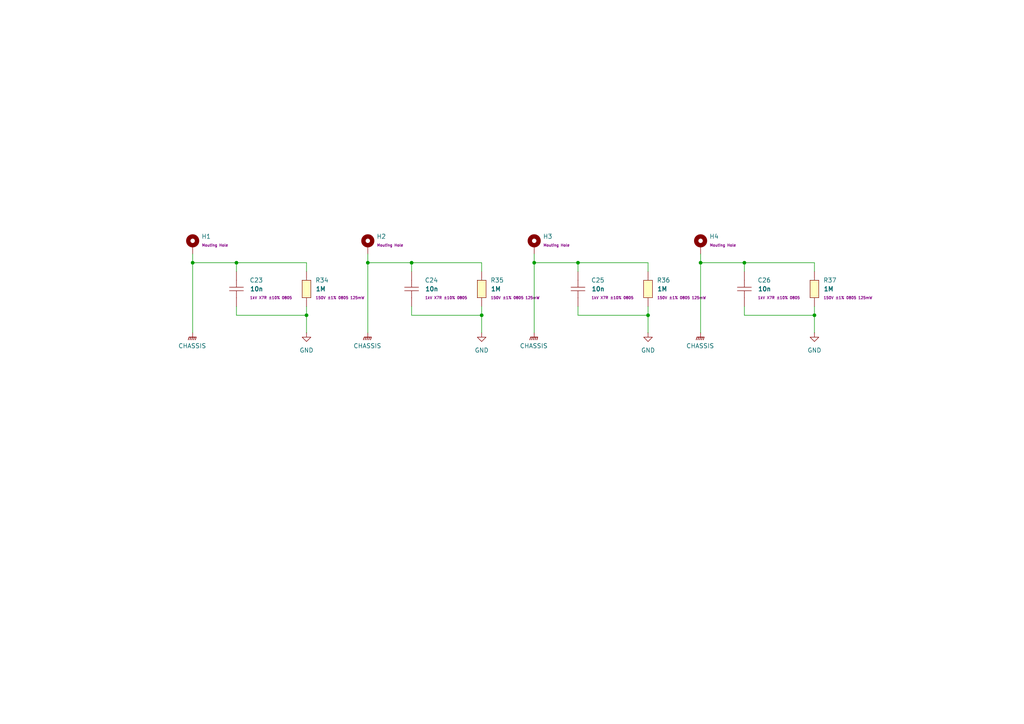
<source format=kicad_sch>
(kicad_sch (version 20231120) (generator "eeschema") (generator_version "8.0")
  (paper "A4")
  (lib_symbols
    (symbol "EASYEDA2KICAD:CHASSIS" (power) (pin_numbers hide) (pin_names (offset 0) hide)
      (property "Value" "CHASSIS" (at 0 -3.302 0))
      (symbol "CHASSIS_0_1"
        (polyline (pts (xy 0 -1.27) (xy 0 0)))
        (polyline (pts (xy -1.016 -1.27) (xy -1.27 -2.032) (xy -1.27 -2.032)) (stroke (width 0.2032)))
        (polyline (pts (xy -0.508 -1.27) (xy -0.762 -2.032) (xy -0.762 -2.032)) (stroke (width 0.2032)))
        (polyline (pts (xy 0 -1.27) (xy -0.254 -2.032) (xy -0.254 -2.032)) (stroke (width 0.2032)))
        (polyline (pts (xy 0.508 -1.27) (xy 0.254 -2.032) (xy 0.254 -2.032)) (stroke (width 0.2032)))
        (polyline (pts (xy 1.016 -1.27) (xy -1.016 -1.27) (xy -1.016 -1.27)) (stroke (width 0.2032)))
        (polyline (pts (xy 1.016 -1.27) (xy 0.762 -2.032) (xy 0.762 -2.032) (xy 0.762 -2.032)) (stroke (width 0.2032)))
      )
      (symbol "CHASSIS_1_1"
        (pin power_in line (at 0 0 270) (length 0) (name "~") (number "1"))
      )
    )
    (symbol "EASYEDA2KICAD:C_10nF_X7R_0805" (pin_numbers hide) (pin_names hide)
      (property "Reference" "C" (at 0 8.89 0))
      (property "Value" "10n" (at 0 6.35 0))
      (property "Extra Values" "1kV X7R ±10% 0805" (at 0 3.81 0))
      (symbol "C_10nF_X7R_0805_0_1"
        (polyline (pts (xy -0.51 -2.03) (xy -0.51 2.03)))
        (polyline (pts (xy -0.51 0) (xy -2.54 0)))
        (polyline (pts (xy 0.51 2.03) (xy 0.51 -2.03)))
        (polyline (pts (xy 2.54 0) (xy 0.51 0)))
      )
      (symbol "C_10nF_X7R_0805_1_1"
        (pin passive line (at -5.08 0 0) (length 2.54) (name "1") (number "1"))
        (pin passive line (at 5.08 0 180) (length 2.54) (name "2") (number "2"))
      )
    )
    (symbol "EASYEDA2KICAD:MountingHole_Pad" (pin_numbers hide) (pin_names (offset 1.016) hide) (exclude_from_sim yes) (in_bom no)
      (property "Reference" "H" (at 0 7.62 0))
      (property "Extra Values" "Mouting Hole" (at 0 5.08 0))
      (symbol "MountingHole_Pad_0_1"
        (circle (center 0 1.27) (radius 1.27) (stroke (width 1.27)))
      )
      (symbol "MountingHole_Pad_1_1"
        (pin input line (at 0 -2.54 90) (length 2.54) (name "1") (number "1"))
      )
    )
    (symbol "EASYEDA2KICAD:R_1MOhm_0805_125mW" (pin_numbers hide) (pin_names hide)
      (property "Reference" "R" (at 0 7.62 0))
      (property "Value" "1M" (at 0 5.08 0))
      (property "Extra Values" "150V ±1% 0805 125mW" (at 0 2.54 0))
      (symbol "R_1MOhm_0805_125mW_0_1"
        (rectangle (start -2.54 1.27) (end 2.54 -1.27) (fill (type background)))
      )
      (symbol "R_1MOhm_0805_125mW_1_1"
        (pin passive line (at -5.08 0 0) (length 2.54) (name "1") (number "1"))
        (pin passive line (at 5.08 0 180) (length 2.54) (name "2") (number "2"))
      )
    )
    (symbol "power:GND" (power) (pin_numbers hide) (pin_names (offset 0) hide)
      (property "Value" "GND" (at 0 -3.81 0))
      (symbol "GND_0_1"
        (polyline (pts (xy 0 0) (xy 0 -1.27) (xy 1.27 -1.27) (xy 0 -2.54) (xy -1.27 -1.27) (xy 0 -1.27)))
      )
      (symbol "GND_1_1"
        (pin power_in line (at 0 0 270) (length 0) (name "~") (number "1"))
      )
    )
  )
  (junction (at 167.64 76.2))
  (junction (at 236.22 91.44))
  (junction (at 68.58 76.2))
  (junction (at 88.9 91.44))
  (junction (at 154.94 76.2))
  (junction (at 139.7 91.44))
  (junction (at 106.68 76.2))
  (junction (at 119.38 76.2))
  (junction (at 215.9 76.2))
  (junction (at 203.2 76.2))
  (junction (at 55.88 76.2))
  (junction (at 187.96 91.44))
  (wire (pts (xy 119.38 91.44) (xy 139.7 91.44)))
  (wire (pts (xy 88.9 88.9) (xy 88.9 91.44)))
  (wire (pts (xy 236.22 78.74) (xy 236.22 76.2)))
  (wire (pts (xy 236.22 91.44) (xy 236.22 96.52)))
  (wire (pts (xy 215.9 88.9) (xy 215.9 91.44)))
  (wire (pts (xy 167.64 91.44) (xy 187.96 91.44)))
  (wire (pts (xy 68.58 76.2) (xy 68.58 78.74)))
  (wire (pts (xy 203.2 76.2) (xy 215.9 76.2)))
  (wire (pts (xy 55.88 76.2) (xy 55.88 96.52)))
  (wire (pts (xy 236.22 76.2) (xy 215.9 76.2)))
  (wire (pts (xy 139.7 78.74) (xy 139.7 76.2)))
  (wire (pts (xy 88.9 78.74) (xy 88.9 76.2)))
  (wire (pts (xy 139.7 76.2) (xy 119.38 76.2)))
  (wire (pts (xy 215.9 76.2) (xy 215.9 78.74)))
  (wire (pts (xy 119.38 76.2) (xy 119.38 78.74)))
  (wire (pts (xy 139.7 91.44) (xy 139.7 96.52)))
  (wire (pts (xy 187.96 76.2) (xy 167.64 76.2)))
  (wire (pts (xy 167.64 88.9) (xy 167.64 91.44)))
  (wire (pts (xy 88.9 76.2) (xy 68.58 76.2)))
  (wire (pts (xy 187.96 88.9) (xy 187.96 91.44)))
  (wire (pts (xy 106.68 76.2) (xy 106.68 96.52)))
  (wire (pts (xy 68.58 91.44) (xy 88.9 91.44)))
  (wire (pts (xy 55.88 76.2) (xy 68.58 76.2)))
  (wire (pts (xy 154.94 76.2) (xy 167.64 76.2)))
  (wire (pts (xy 187.96 91.44) (xy 187.96 96.52)))
  (wire (pts (xy 68.58 88.9) (xy 68.58 91.44)))
  (wire (pts (xy 154.94 76.2) (xy 154.94 96.52)))
  (wire (pts (xy 187.96 78.74) (xy 187.96 76.2)))
  (wire (pts (xy 203.2 73.66) (xy 203.2 76.2)))
  (wire (pts (xy 139.7 88.9) (xy 139.7 91.44)))
  (wire (pts (xy 119.38 88.9) (xy 119.38 91.44)))
  (wire (pts (xy 215.9 91.44) (xy 236.22 91.44)))
  (wire (pts (xy 106.68 76.2) (xy 119.38 76.2)))
  (wire (pts (xy 203.2 76.2) (xy 203.2 96.52)))
  (wire (pts (xy 88.9 91.44) (xy 88.9 96.52)))
  (wire (pts (xy 154.94 73.66) (xy 154.94 76.2)))
  (wire (pts (xy 236.22 88.9) (xy 236.22 91.44)))
  (wire (pts (xy 106.68 73.66) (xy 106.68 76.2)))
  (wire (pts (xy 55.88 73.66) (xy 55.88 76.2)))
  (wire (pts (xy 167.64 76.2) (xy 167.64 78.74)))
  (symbol (lib_id "power:GND") (at 236.22 96.52 0) (unit 1)
    (property "Reference" "#PWR091" (effects (hide yes)))
    (property "Value" "GND" (at 236.22 101.6 0))
    (property "Description" "Power symbol creates a global label with name \"GND\" , ground" (effects (hide yes)))
  )
  (symbol (lib_id "EASYEDA2KICAD:R_1MOhm_0805_125mW") (at 187.96 83.82 90) (unit 1)
    (property "Reference" "R36" (at 190.5 81.2799 90) (effects (justify right)))
    (property "Value" "1M" (at 190.5 83.82 90) (effects (font (bold yes)) (justify right)))
    (property "Footprint" "Resistor_SMD:R_0805_2012Metric_Pad1.20x1.40mm_HandSolder" (effects (hide yes)))
    (property "Datasheet" "https://lcsc.com/product-detail/Chip-Resistor-Surface-Mount-UniOhm_1MR-1004-1_C17514.html" (effects (hide yes)))
    (property "Description" "Chip Resistor - Surface Mount ROHS" (effects (hide yes)))
    (property "LCSC Part" "C17514" (effects (hide yes)))
    (property "Extra Values" "150V ±1% 0805 125mW" (at 190.5 86.3599 90) (effects (font (size 0.762 0.762) (bold yes)) (justify right)))
  )
  (symbol (lib_id "EASYEDA2KICAD:MountingHole_Pad") (at 154.94 71.12 0) (unit 1) (exclude_from_sim yes) (in_bom no)
    (property "Reference" "H3" (at 157.48 68.5799 0) (effects (justify left)))
    (property "Value" "MountingHole_Pad" (effects (hide yes)))
    (property "Footprint" "MountingHole:MountingHole_5.3mm_M5_DIN965_Pad" (effects (hide yes)))
    (property "Description" "Mounting Hole with connection" (effects (hide yes)))
    (property "Extra Values" "Mouting Hole" (at 157.48 71.1199 0) (effects (font (size 0.762 0.762) (bold yes)) (justify left)))
  )
  (symbol (lib_id "EASYEDA2KICAD:R_1MOhm_0805_125mW") (at 88.9 83.82 90) (unit 1)
    (property "Reference" "R34" (at 91.44 81.2799 90) (effects (justify right)))
    (property "Value" "1M" (at 91.44 83.82 90) (effects (font (bold yes)) (justify right)))
    (property "Footprint" "Resistor_SMD:R_0805_2012Metric_Pad1.20x1.40mm_HandSolder" (effects (hide yes)))
    (property "Datasheet" "https://lcsc.com/product-detail/Chip-Resistor-Surface-Mount-UniOhm_1MR-1004-1_C17514.html" (effects (hide yes)))
    (property "Description" "Chip Resistor - Surface Mount ROHS" (effects (hide yes)))
    (property "LCSC Part" "C17514" (effects (hide yes)))
    (property "Extra Values" "150V ±1% 0805 125mW" (at 91.44 86.3599 90) (effects (font (size 0.762 0.762) (bold yes)) (justify right)))
  )
  (symbol (lib_id "EASYEDA2KICAD:R_1MOhm_0805_125mW") (at 236.22 83.82 90) (unit 1)
    (property "Reference" "R37" (at 238.76 81.2799 90) (effects (justify right)))
    (property "Value" "1M" (at 238.76 83.82 90) (effects (font (bold yes)) (justify right)))
    (property "Footprint" "Resistor_SMD:R_0805_2012Metric_Pad1.20x1.40mm_HandSolder" (effects (hide yes)))
    (property "Datasheet" "https://lcsc.com/product-detail/Chip-Resistor-Surface-Mount-UniOhm_1MR-1004-1_C17514.html" (effects (hide yes)))
    (property "Description" "Chip Resistor - Surface Mount ROHS" (effects (hide yes)))
    (property "LCSC Part" "C17514" (effects (hide yes)))
    (property "Extra Values" "150V ±1% 0805 125mW" (at 238.76 86.3599 90) (effects (font (size 0.762 0.762) (bold yes)) (justify right)))
  )
  (symbol (lib_id "EASYEDA2KICAD:C_10nF_X7R_0805") (at 167.64 83.82 90) (unit 1)
    (property "Reference" "C25" (at 171.45 81.2799 90) (effects (justify right)))
    (property "Value" "10n" (at 171.45 83.82 90) (effects (font (bold yes)) (justify right)))
    (property "Footprint" "Capacitor_SMD:C_0805_2012Metric_Pad1.18x1.45mm_HandSolder" (effects (hide yes)))
    (property "Datasheet" "https://lcsc.com/product-detail/Multilayer-Ceramic-Capacitors-MLCC-SMD-SMT_PSA-Prosperity-Dielectrics-FV21X103K102ECG_C565682.html" (effects (hide yes)))
    (property "Description" "Multilayer Ceramic Capacitors MLCC - SMD/SMT ROHS" (effects (hide yes)))
    (property "LCSC Part" "C565682" (effects (hide yes)))
    (property "Extra Values" "1kV X7R ±10% 0805" (at 171.45 86.3599 90) (effects (font (size 0.762 0.762) (bold yes)) (justify right)))
  )
  (symbol (lib_id "EASYEDA2KICAD:MountingHole_Pad") (at 203.2 71.12 0) (unit 1) (exclude_from_sim yes) (in_bom no)
    (property "Reference" "H4" (at 205.74 68.5799 0) (effects (justify left)))
    (property "Value" "MountingHole_Pad" (effects (hide yes)))
    (property "Footprint" "MountingHole:MountingHole_5.3mm_M5_DIN965_Pad" (effects (hide yes)))
    (property "Description" "Mounting Hole with connection" (effects (hide yes)))
    (property "Extra Values" "Mouting Hole" (at 205.74 71.1199 0) (effects (font (size 0.762 0.762) (bold yes)) (justify left)))
  )
  (symbol (lib_id "EASYEDA2KICAD:CHASSIS") (at 55.88 96.52 0) (unit 1)
    (property "Reference" "#PWR084" (effects (hide yes)))
    (property "Value" "CHASSIS" (at 55.753 100.33 0))
    (property "Description" "Power symbol creates a global label with name \"CHASSIS\" , global ground" (effects (hide yes)))
  )
  (symbol (lib_id "EASYEDA2KICAD:R_1MOhm_0805_125mW") (at 139.7 83.82 90) (unit 1)
    (property "Reference" "R35" (at 142.24 81.2799 90) (effects (justify right)))
    (property "Value" "1M" (at 142.24 83.82 90) (effects (font (bold yes)) (justify right)))
    (property "Footprint" "Resistor_SMD:R_0805_2012Metric_Pad1.20x1.40mm_HandSolder" (effects (hide yes)))
    (property "Datasheet" "https://lcsc.com/product-detail/Chip-Resistor-Surface-Mount-UniOhm_1MR-1004-1_C17514.html" (effects (hide yes)))
    (property "Description" "Chip Resistor - Surface Mount ROHS" (effects (hide yes)))
    (property "LCSC Part" "C17514" (effects (hide yes)))
    (property "Extra Values" "150V ±1% 0805 125mW" (at 142.24 86.3599 90) (effects (font (size 0.762 0.762) (bold yes)) (justify right)))
  )
  (symbol (lib_id "power:GND") (at 139.7 96.52 0) (unit 1)
    (property "Reference" "#PWR087" (effects (hide yes)))
    (property "Value" "GND" (at 139.7 101.6 0))
    (property "Description" "Power symbol creates a global label with name \"GND\" , ground" (effects (hide yes)))
  )
  (symbol (lib_id "EASYEDA2KICAD:CHASSIS") (at 203.2 96.52 0) (unit 1)
    (property "Reference" "#PWR090" (effects (hide yes)))
    (property "Value" "CHASSIS" (at 203.073 100.33 0))
    (property "Description" "Power symbol creates a global label with name \"CHASSIS\" , global ground" (effects (hide yes)))
  )
  (symbol (lib_id "EASYEDA2KICAD:C_10nF_X7R_0805") (at 68.58 83.82 90) (unit 1)
    (property "Reference" "C23" (at 72.39 81.2799 90) (effects (justify right)))
    (property "Value" "10n" (at 72.39 83.82 90) (effects (font (bold yes)) (justify right)))
    (property "Footprint" "Capacitor_SMD:C_0805_2012Metric_Pad1.18x1.45mm_HandSolder" (effects (hide yes)))
    (property "Datasheet" "https://lcsc.com/product-detail/Multilayer-Ceramic-Capacitors-MLCC-SMD-SMT_PSA-Prosperity-Dielectrics-FV21X103K102ECG_C565682.html" (effects (hide yes)))
    (property "Description" "Multilayer Ceramic Capacitors MLCC - SMD/SMT ROHS" (effects (hide yes)))
    (property "LCSC Part" "C565682" (effects (hide yes)))
    (property "Extra Values" "1kV X7R ±10% 0805" (at 72.39 86.3599 90) (effects (font (size 0.762 0.762) (bold yes)) (justify right)))
  )
  (symbol (lib_id "EASYEDA2KICAD:C_10nF_X7R_0805") (at 215.9 83.82 90) (unit 1)
    (property "Reference" "C26" (at 219.71 81.2799 90) (effects (justify right)))
    (property "Value" "10n" (at 219.71 83.82 90) (effects (font (bold yes)) (justify right)))
    (property "Footprint" "Capacitor_SMD:C_0805_2012Metric_Pad1.18x1.45mm_HandSolder" (effects (hide yes)))
    (property "Datasheet" "https://lcsc.com/product-detail/Multilayer-Ceramic-Capacitors-MLCC-SMD-SMT_PSA-Prosperity-Dielectrics-FV21X103K102ECG_C565682.html" (effects (hide yes)))
    (property "Description" "Multilayer Ceramic Capacitors MLCC - SMD/SMT ROHS" (effects (hide yes)))
    (property "LCSC Part" "C565682" (effects (hide yes)))
    (property "Extra Values" "1kV X7R ±10% 0805" (at 219.71 86.3599 90) (effects (font (size 0.762 0.762) (bold yes)) (justify right)))
  )
  (symbol (lib_id "power:GND") (at 187.96 96.52 0) (unit 1)
    (property "Reference" "#PWR089" (effects (hide yes)))
    (property "Value" "GND" (at 187.96 101.6 0))
    (property "Description" "Power symbol creates a global label with name \"GND\" , ground" (effects (hide yes)))
  )
  (symbol (lib_id "EASYEDA2KICAD:MountingHole_Pad") (at 55.88 71.12 0) (unit 1) (exclude_from_sim yes) (in_bom no)
    (property "Reference" "H1" (at 58.42 68.5799 0) (effects (justify left)))
    (property "Value" "MountingHole_Pad" (effects (hide yes)))
    (property "Footprint" "MountingHole:MountingHole_5.3mm_M5_DIN965_Pad" (effects (hide yes)))
    (property "Description" "Mounting Hole with connection" (effects (hide yes)))
    (property "Extra Values" "Mouting Hole" (at 58.42 71.1199 0) (effects (font (size 0.762 0.762) (bold yes)) (justify left)))
  )
  (symbol (lib_id "EASYEDA2KICAD:CHASSIS") (at 154.94 96.52 0) (unit 1)
    (property "Reference" "#PWR088" (effects (hide yes)))
    (property "Value" "CHASSIS" (at 154.813 100.33 0))
    (property "Description" "Power symbol creates a global label with name \"CHASSIS\" , global ground" (effects (hide yes)))
  )
  (symbol (lib_id "EASYEDA2KICAD:MountingHole_Pad") (at 106.68 71.12 0) (unit 1) (exclude_from_sim yes) (in_bom no)
    (property "Reference" "H2" (at 109.22 68.5799 0) (effects (justify left)))
    (property "Value" "MountingHole_Pad" (effects (hide yes)))
    (property "Footprint" "MountingHole:MountingHole_5.3mm_M5_DIN965_Pad" (effects (hide yes)))
    (property "Description" "Mounting Hole with connection" (effects (hide yes)))
    (property "Extra Values" "Mouting Hole" (at 109.22 71.1199 0) (effects (font (size 0.762 0.762) (bold yes)) (justify left)))
  )
  (symbol (lib_id "power:GND") (at 88.9 96.52 0) (unit 1)
    (property "Reference" "#PWR085" (effects (hide yes)))
    (property "Value" "GND" (at 88.9 101.6 0))
    (property "Description" "Power symbol creates a global label with name \"GND\" , ground" (effects (hide yes)))
  )
  (symbol (lib_id "EASYEDA2KICAD:CHASSIS") (at 106.68 96.52 0) (unit 1)
    (property "Reference" "#PWR086" (effects (hide yes)))
    (property "Value" "CHASSIS" (at 106.553 100.33 0))
    (property "Description" "Power symbol creates a global label with name \"CHASSIS\" , global ground" (effects (hide yes)))
  )
  (symbol (lib_id "EASYEDA2KICAD:C_10nF_X7R_0805") (at 119.38 83.82 90) (unit 1)
    (property "Reference" "C24" (at 123.19 81.2799 90) (effects (justify right)))
    (property "Value" "10n" (at 123.19 83.82 90) (effects (font (bold yes)) (justify right)))
    (property "Footprint" "Capacitor_SMD:C_0805_2012Metric_Pad1.18x1.45mm_HandSolder" (effects (hide yes)))
    (property "Datasheet" "https://lcsc.com/product-detail/Multilayer-Ceramic-Capacitors-MLCC-SMD-SMT_PSA-Prosperity-Dielectrics-FV21X103K102ECG_C565682.html" (effects (hide yes)))
    (property "Description" "Multilayer Ceramic Capacitors MLCC - SMD/SMT ROHS" (effects (hide yes)))
    (property "LCSC Part" "C565682" (effects (hide yes)))
    (property "Extra Values" "1kV X7R ±10% 0805" (at 123.19 86.3599 90) (effects (font (size 0.762 0.762) (bold yes)) (justify right)))
  )
)
</source>
